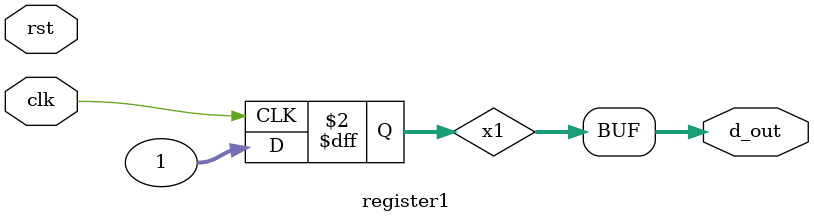
<source format=sv>
`timescale 1ns / 1ps


module register1(
    input clk,
    input rst,
    output logic [31:0] d_out
    );
    
    reg [31:0] x1;
        always@ (posedge clk) begin
        x1 <= 32'b1;
        end
        
        assign d_out = x1;
        
endmodule

</source>
